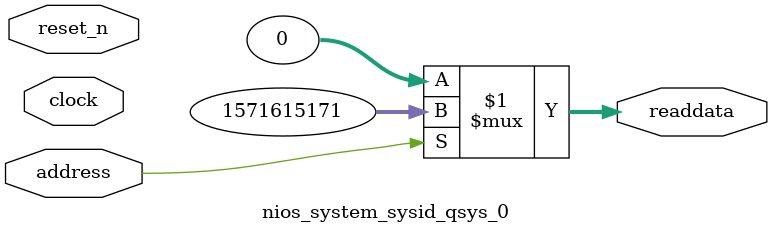
<source format=v>



// synthesis translate_off
`timescale 1ns / 1ps
// synthesis translate_on

// turn off superfluous verilog processor warnings 
// altera message_level Level1 
// altera message_off 10034 10035 10036 10037 10230 10240 10030 

module nios_system_sysid_qsys_0 (
               // inputs:
                address,
                clock,
                reset_n,

               // outputs:
                readdata
             )
;

  output  [ 31: 0] readdata;
  input            address;
  input            clock;
  input            reset_n;

  wire    [ 31: 0] readdata;
  //control_slave, which is an e_avalon_slave
  assign readdata = address ? 1571615171 : 0;

endmodule



</source>
